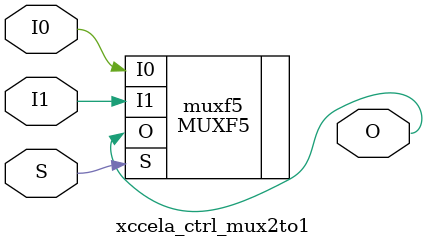
<source format=v>
`define       FPGA

`timescale 1ns/1ps
`define Tilo  (0.62)
module xccela_ctrl_mux2to1 (/*AUTOARG*/
   // Outputs
   O,
   // Inputs
   I0, I1, S
   );
   input I0;
   input I1;
   output O;
   input  S;

`ifdef FPGA
   wire   O;
   MUXF5 muxf5 (.O(O),
                .S(S),
                .I0(I0),
                .I1(I1));
`else
   reg                  O;   
   always @(*) begin
      if (S)
        O = #(`Tilo)I1;
      else
        O = #(`Tilo)I0;
   end
`endif
endmodule // rpc2_ctrl_mux2to1


</source>
